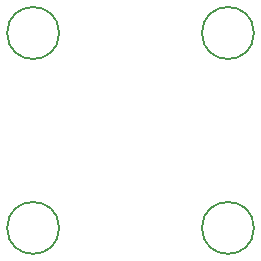
<source format=gbr>
%TF.GenerationSoftware,KiCad,Pcbnew,8.0.6*%
%TF.CreationDate,2024-11-25T04:34:59+09:00*%
%TF.ProjectId,pointify,706f696e-7469-4667-992e-6b696361645f,rev?*%
%TF.SameCoordinates,Original*%
%TF.FileFunction,Other,Comment*%
%FSLAX46Y46*%
G04 Gerber Fmt 4.6, Leading zero omitted, Abs format (unit mm)*
G04 Created by KiCad (PCBNEW 8.0.6) date 2024-11-25 04:34:59*
%MOMM*%
%LPD*%
G01*
G04 APERTURE LIST*
%ADD10C,0.150000*%
G04 APERTURE END LIST*
D10*
%TO.C,REF\u002A\u002A*%
X140600000Y-86500000D02*
G75*
G02*
X136200000Y-86500000I-2200000J0D01*
G01*
X136200000Y-86500000D02*
G75*
G02*
X140600000Y-86500000I2200000J0D01*
G01*
X140600000Y-70000000D02*
G75*
G02*
X136200000Y-70000000I-2200000J0D01*
G01*
X136200000Y-70000000D02*
G75*
G02*
X140600000Y-70000000I2200000J0D01*
G01*
X124100000Y-86500000D02*
G75*
G02*
X119700000Y-86500000I-2200000J0D01*
G01*
X119700000Y-86500000D02*
G75*
G02*
X124100000Y-86500000I2200000J0D01*
G01*
X124100000Y-70000000D02*
G75*
G02*
X119700000Y-70000000I-2200000J0D01*
G01*
X119700000Y-70000000D02*
G75*
G02*
X124100000Y-70000000I2200000J0D01*
G01*
%TD*%
M02*

</source>
